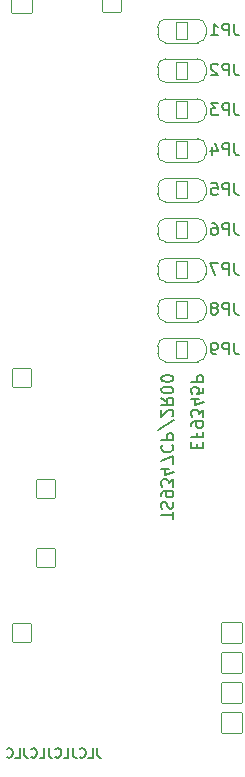
<source format=gbo>
G04 #@! TF.GenerationSoftware,KiCad,Pcbnew,8.0.6*
G04 #@! TF.CreationDate,2025-02-13T00:08:43+01:00*
G04 #@! TF.ProjectId,board_v1,626f6172-645f-4763-912e-6b696361645f,rev?*
G04 #@! TF.SameCoordinates,Original*
G04 #@! TF.FileFunction,Legend,Bot*
G04 #@! TF.FilePolarity,Positive*
%FSLAX46Y46*%
G04 Gerber Fmt 4.6, Leading zero omitted, Abs format (unit mm)*
G04 Created by KiCad (PCBNEW 8.0.6) date 2025-02-13 00:08:43*
%MOMM*%
%LPD*%
G01*
G04 APERTURE LIST*
G04 Aperture macros list*
%AMRoundRect*
0 Rectangle with rounded corners*
0 $1 Rounding radius*
0 $2 $3 $4 $5 $6 $7 $8 $9 X,Y pos of 4 corners*
0 Add a 4 corners polygon primitive as box body*
4,1,4,$2,$3,$4,$5,$6,$7,$8,$9,$2,$3,0*
0 Add four circle primitives for the rounded corners*
1,1,$1+$1,$2,$3*
1,1,$1+$1,$4,$5*
1,1,$1+$1,$6,$7*
1,1,$1+$1,$8,$9*
0 Add four rect primitives between the rounded corners*
20,1,$1+$1,$2,$3,$4,$5,0*
20,1,$1+$1,$4,$5,$6,$7,0*
20,1,$1+$1,$6,$7,$8,$9,0*
20,1,$1+$1,$8,$9,$2,$3,0*%
%AMFreePoly0*
4,1,35,0.576870,0.776870,0.588000,0.750000,0.588000,-0.750000,0.576870,-0.776870,0.550000,-0.788000,0.000000,-0.788000,-0.012286,-0.782911,-0.071157,-0.782911,-0.081863,-0.781372,-0.218414,-0.741277,-0.228252,-0.736784,-0.347974,-0.659843,-0.356148,-0.652760,-0.449345,-0.545205,-0.455193,-0.536106,-0.514312,-0.406652,-0.517359,-0.396274,-0.537613,-0.255408,-0.538000,-0.250000,-0.538000,0.250000,
-0.537613,0.255408,-0.517359,0.396274,-0.514312,0.406652,-0.455193,0.536106,-0.449345,0.545205,-0.356148,0.652760,-0.347974,0.659843,-0.228252,0.736784,-0.218414,0.741277,-0.081863,0.781372,-0.071157,0.782911,-0.012286,0.782911,0.000000,0.788000,0.550000,0.788000,0.576870,0.776870,0.576870,0.776870,$1*%
%AMFreePoly1*
4,1,35,0.012286,0.782911,0.071157,0.782911,0.081863,0.781372,0.218414,0.741277,0.228252,0.736784,0.347974,0.659843,0.356148,0.652760,0.449345,0.545205,0.455193,0.536106,0.514312,0.406652,0.517359,0.396274,0.537613,0.255408,0.538000,0.250000,0.538000,-0.250000,0.537613,-0.255408,0.517359,-0.396274,0.514312,-0.406652,0.455193,-0.536106,0.449345,-0.545205,0.356148,-0.652760,
0.347974,-0.659843,0.228252,-0.736784,0.218414,-0.741277,0.081863,-0.781372,0.071157,-0.782911,0.012286,-0.782911,0.000000,-0.788000,-0.550000,-0.788000,-0.576870,-0.776870,-0.588000,-0.750000,-0.588000,0.750000,-0.576870,0.776870,-0.550000,0.788000,0.000000,0.788000,0.012286,0.782911,0.012286,0.782911,$1*%
G04 Aperture macros list end*
%ADD10C,0.153000*%
%ADD11C,0.120000*%
%ADD12RoundRect,0.038000X-0.800000X-0.800000X0.800000X-0.800000X0.800000X0.800000X-0.800000X0.800000X0*%
%ADD13O,1.676000X1.676000*%
%ADD14RoundRect,0.038000X-0.850000X-0.850000X0.850000X-0.850000X0.850000X0.850000X-0.850000X0.850000X0*%
%ADD15O,1.776000X1.776000*%
%ADD16RoundRect,0.038000X0.850000X-0.850000X0.850000X0.850000X-0.850000X0.850000X-0.850000X-0.850000X0*%
%ADD17RoundRect,0.038000X-0.800000X0.800000X-0.800000X-0.800000X0.800000X-0.800000X0.800000X0.800000X0*%
%ADD18C,1.676000*%
%ADD19RoundRect,0.038000X-0.780000X-0.780000X0.780000X-0.780000X0.780000X0.780000X-0.780000X0.780000X0*%
%ADD20C,1.636000*%
%ADD21FreePoly0,180.000000*%
%ADD22RoundRect,0.038000X0.500000X0.750000X-0.500000X0.750000X-0.500000X-0.750000X0.500000X-0.750000X0*%
%ADD23FreePoly1,180.000000*%
G04 APERTURE END LIST*
D10*
X81394336Y-119875990D02*
X81394336Y-119304562D01*
X80394336Y-119590276D02*
X81394336Y-119590276D01*
X80441956Y-119018847D02*
X80394336Y-118875990D01*
X80394336Y-118875990D02*
X80394336Y-118637895D01*
X80394336Y-118637895D02*
X80441956Y-118542657D01*
X80441956Y-118542657D02*
X80489575Y-118495038D01*
X80489575Y-118495038D02*
X80584813Y-118447419D01*
X80584813Y-118447419D02*
X80680051Y-118447419D01*
X80680051Y-118447419D02*
X80775289Y-118495038D01*
X80775289Y-118495038D02*
X80822908Y-118542657D01*
X80822908Y-118542657D02*
X80870527Y-118637895D01*
X80870527Y-118637895D02*
X80918146Y-118828371D01*
X80918146Y-118828371D02*
X80965765Y-118923609D01*
X80965765Y-118923609D02*
X81013384Y-118971228D01*
X81013384Y-118971228D02*
X81108622Y-119018847D01*
X81108622Y-119018847D02*
X81203860Y-119018847D01*
X81203860Y-119018847D02*
X81299098Y-118971228D01*
X81299098Y-118971228D02*
X81346717Y-118923609D01*
X81346717Y-118923609D02*
X81394336Y-118828371D01*
X81394336Y-118828371D02*
X81394336Y-118590276D01*
X81394336Y-118590276D02*
X81346717Y-118447419D01*
X80394336Y-117971228D02*
X80394336Y-117780752D01*
X80394336Y-117780752D02*
X80441956Y-117685514D01*
X80441956Y-117685514D02*
X80489575Y-117637895D01*
X80489575Y-117637895D02*
X80632432Y-117542657D01*
X80632432Y-117542657D02*
X80822908Y-117495038D01*
X80822908Y-117495038D02*
X81203860Y-117495038D01*
X81203860Y-117495038D02*
X81299098Y-117542657D01*
X81299098Y-117542657D02*
X81346717Y-117590276D01*
X81346717Y-117590276D02*
X81394336Y-117685514D01*
X81394336Y-117685514D02*
X81394336Y-117875990D01*
X81394336Y-117875990D02*
X81346717Y-117971228D01*
X81346717Y-117971228D02*
X81299098Y-118018847D01*
X81299098Y-118018847D02*
X81203860Y-118066466D01*
X81203860Y-118066466D02*
X80965765Y-118066466D01*
X80965765Y-118066466D02*
X80870527Y-118018847D01*
X80870527Y-118018847D02*
X80822908Y-117971228D01*
X80822908Y-117971228D02*
X80775289Y-117875990D01*
X80775289Y-117875990D02*
X80775289Y-117685514D01*
X80775289Y-117685514D02*
X80822908Y-117590276D01*
X80822908Y-117590276D02*
X80870527Y-117542657D01*
X80870527Y-117542657D02*
X80965765Y-117495038D01*
X81394336Y-117161704D02*
X81394336Y-116542657D01*
X81394336Y-116542657D02*
X81013384Y-116875990D01*
X81013384Y-116875990D02*
X81013384Y-116733133D01*
X81013384Y-116733133D02*
X80965765Y-116637895D01*
X80965765Y-116637895D02*
X80918146Y-116590276D01*
X80918146Y-116590276D02*
X80822908Y-116542657D01*
X80822908Y-116542657D02*
X80584813Y-116542657D01*
X80584813Y-116542657D02*
X80489575Y-116590276D01*
X80489575Y-116590276D02*
X80441956Y-116637895D01*
X80441956Y-116637895D02*
X80394336Y-116733133D01*
X80394336Y-116733133D02*
X80394336Y-117018847D01*
X80394336Y-117018847D02*
X80441956Y-117114085D01*
X80441956Y-117114085D02*
X80489575Y-117161704D01*
X81061003Y-115685514D02*
X80394336Y-115685514D01*
X81441956Y-115923609D02*
X80727670Y-116161704D01*
X80727670Y-116161704D02*
X80727670Y-115542657D01*
X81394336Y-115256942D02*
X81394336Y-114590276D01*
X81394336Y-114590276D02*
X80394336Y-115018847D01*
X80489575Y-113637895D02*
X80441956Y-113685514D01*
X80441956Y-113685514D02*
X80394336Y-113828371D01*
X80394336Y-113828371D02*
X80394336Y-113923609D01*
X80394336Y-113923609D02*
X80441956Y-114066466D01*
X80441956Y-114066466D02*
X80537194Y-114161704D01*
X80537194Y-114161704D02*
X80632432Y-114209323D01*
X80632432Y-114209323D02*
X80822908Y-114256942D01*
X80822908Y-114256942D02*
X80965765Y-114256942D01*
X80965765Y-114256942D02*
X81156241Y-114209323D01*
X81156241Y-114209323D02*
X81251479Y-114161704D01*
X81251479Y-114161704D02*
X81346717Y-114066466D01*
X81346717Y-114066466D02*
X81394336Y-113923609D01*
X81394336Y-113923609D02*
X81394336Y-113828371D01*
X81394336Y-113828371D02*
X81346717Y-113685514D01*
X81346717Y-113685514D02*
X81299098Y-113637895D01*
X80394336Y-113209323D02*
X81394336Y-113209323D01*
X81394336Y-113209323D02*
X81394336Y-112828371D01*
X81394336Y-112828371D02*
X81346717Y-112733133D01*
X81346717Y-112733133D02*
X81299098Y-112685514D01*
X81299098Y-112685514D02*
X81203860Y-112637895D01*
X81203860Y-112637895D02*
X81061003Y-112637895D01*
X81061003Y-112637895D02*
X80965765Y-112685514D01*
X80965765Y-112685514D02*
X80918146Y-112733133D01*
X80918146Y-112733133D02*
X80870527Y-112828371D01*
X80870527Y-112828371D02*
X80870527Y-113209323D01*
X81441956Y-111495038D02*
X80156241Y-112352180D01*
X81299098Y-111209323D02*
X81346717Y-111161704D01*
X81346717Y-111161704D02*
X81394336Y-111066466D01*
X81394336Y-111066466D02*
X81394336Y-110828371D01*
X81394336Y-110828371D02*
X81346717Y-110733133D01*
X81346717Y-110733133D02*
X81299098Y-110685514D01*
X81299098Y-110685514D02*
X81203860Y-110637895D01*
X81203860Y-110637895D02*
X81108622Y-110637895D01*
X81108622Y-110637895D02*
X80965765Y-110685514D01*
X80965765Y-110685514D02*
X80394336Y-111256942D01*
X80394336Y-111256942D02*
X80394336Y-110637895D01*
X80394336Y-109637895D02*
X80870527Y-109971228D01*
X80394336Y-110209323D02*
X81394336Y-110209323D01*
X81394336Y-110209323D02*
X81394336Y-109828371D01*
X81394336Y-109828371D02*
X81346717Y-109733133D01*
X81346717Y-109733133D02*
X81299098Y-109685514D01*
X81299098Y-109685514D02*
X81203860Y-109637895D01*
X81203860Y-109637895D02*
X81061003Y-109637895D01*
X81061003Y-109637895D02*
X80965765Y-109685514D01*
X80965765Y-109685514D02*
X80918146Y-109733133D01*
X80918146Y-109733133D02*
X80870527Y-109828371D01*
X80870527Y-109828371D02*
X80870527Y-110209323D01*
X81394336Y-109018847D02*
X81394336Y-108923609D01*
X81394336Y-108923609D02*
X81346717Y-108828371D01*
X81346717Y-108828371D02*
X81299098Y-108780752D01*
X81299098Y-108780752D02*
X81203860Y-108733133D01*
X81203860Y-108733133D02*
X81013384Y-108685514D01*
X81013384Y-108685514D02*
X80775289Y-108685514D01*
X80775289Y-108685514D02*
X80584813Y-108733133D01*
X80584813Y-108733133D02*
X80489575Y-108780752D01*
X80489575Y-108780752D02*
X80441956Y-108828371D01*
X80441956Y-108828371D02*
X80394336Y-108923609D01*
X80394336Y-108923609D02*
X80394336Y-109018847D01*
X80394336Y-109018847D02*
X80441956Y-109114085D01*
X80441956Y-109114085D02*
X80489575Y-109161704D01*
X80489575Y-109161704D02*
X80584813Y-109209323D01*
X80584813Y-109209323D02*
X80775289Y-109256942D01*
X80775289Y-109256942D02*
X81013384Y-109256942D01*
X81013384Y-109256942D02*
X81203860Y-109209323D01*
X81203860Y-109209323D02*
X81299098Y-109161704D01*
X81299098Y-109161704D02*
X81346717Y-109114085D01*
X81346717Y-109114085D02*
X81394336Y-109018847D01*
X81394336Y-108066466D02*
X81394336Y-107971228D01*
X81394336Y-107971228D02*
X81346717Y-107875990D01*
X81346717Y-107875990D02*
X81299098Y-107828371D01*
X81299098Y-107828371D02*
X81203860Y-107780752D01*
X81203860Y-107780752D02*
X81013384Y-107733133D01*
X81013384Y-107733133D02*
X80775289Y-107733133D01*
X80775289Y-107733133D02*
X80584813Y-107780752D01*
X80584813Y-107780752D02*
X80489575Y-107828371D01*
X80489575Y-107828371D02*
X80441956Y-107875990D01*
X80441956Y-107875990D02*
X80394336Y-107971228D01*
X80394336Y-107971228D02*
X80394336Y-108066466D01*
X80394336Y-108066466D02*
X80441956Y-108161704D01*
X80441956Y-108161704D02*
X80489575Y-108209323D01*
X80489575Y-108209323D02*
X80584813Y-108256942D01*
X80584813Y-108256942D02*
X80775289Y-108304561D01*
X80775289Y-108304561D02*
X81013384Y-108304561D01*
X81013384Y-108304561D02*
X81203860Y-108256942D01*
X81203860Y-108256942D02*
X81299098Y-108209323D01*
X81299098Y-108209323D02*
X81346717Y-108161704D01*
X81346717Y-108161704D02*
X81394336Y-108066466D01*
X83458146Y-113875990D02*
X83458146Y-113542657D01*
X82934336Y-113399800D02*
X82934336Y-113875990D01*
X82934336Y-113875990D02*
X83934336Y-113875990D01*
X83934336Y-113875990D02*
X83934336Y-113399800D01*
X83458146Y-112637895D02*
X83458146Y-112971228D01*
X82934336Y-112971228D02*
X83934336Y-112971228D01*
X83934336Y-112971228D02*
X83934336Y-112495038D01*
X82934336Y-112066466D02*
X82934336Y-111875990D01*
X82934336Y-111875990D02*
X82981956Y-111780752D01*
X82981956Y-111780752D02*
X83029575Y-111733133D01*
X83029575Y-111733133D02*
X83172432Y-111637895D01*
X83172432Y-111637895D02*
X83362908Y-111590276D01*
X83362908Y-111590276D02*
X83743860Y-111590276D01*
X83743860Y-111590276D02*
X83839098Y-111637895D01*
X83839098Y-111637895D02*
X83886717Y-111685514D01*
X83886717Y-111685514D02*
X83934336Y-111780752D01*
X83934336Y-111780752D02*
X83934336Y-111971228D01*
X83934336Y-111971228D02*
X83886717Y-112066466D01*
X83886717Y-112066466D02*
X83839098Y-112114085D01*
X83839098Y-112114085D02*
X83743860Y-112161704D01*
X83743860Y-112161704D02*
X83505765Y-112161704D01*
X83505765Y-112161704D02*
X83410527Y-112114085D01*
X83410527Y-112114085D02*
X83362908Y-112066466D01*
X83362908Y-112066466D02*
X83315289Y-111971228D01*
X83315289Y-111971228D02*
X83315289Y-111780752D01*
X83315289Y-111780752D02*
X83362908Y-111685514D01*
X83362908Y-111685514D02*
X83410527Y-111637895D01*
X83410527Y-111637895D02*
X83505765Y-111590276D01*
X83934336Y-111256942D02*
X83934336Y-110637895D01*
X83934336Y-110637895D02*
X83553384Y-110971228D01*
X83553384Y-110971228D02*
X83553384Y-110828371D01*
X83553384Y-110828371D02*
X83505765Y-110733133D01*
X83505765Y-110733133D02*
X83458146Y-110685514D01*
X83458146Y-110685514D02*
X83362908Y-110637895D01*
X83362908Y-110637895D02*
X83124813Y-110637895D01*
X83124813Y-110637895D02*
X83029575Y-110685514D01*
X83029575Y-110685514D02*
X82981956Y-110733133D01*
X82981956Y-110733133D02*
X82934336Y-110828371D01*
X82934336Y-110828371D02*
X82934336Y-111114085D01*
X82934336Y-111114085D02*
X82981956Y-111209323D01*
X82981956Y-111209323D02*
X83029575Y-111256942D01*
X83601003Y-109780752D02*
X82934336Y-109780752D01*
X83981956Y-110018847D02*
X83267670Y-110256942D01*
X83267670Y-110256942D02*
X83267670Y-109637895D01*
X83934336Y-108780752D02*
X83934336Y-109256942D01*
X83934336Y-109256942D02*
X83458146Y-109304561D01*
X83458146Y-109304561D02*
X83505765Y-109256942D01*
X83505765Y-109256942D02*
X83553384Y-109161704D01*
X83553384Y-109161704D02*
X83553384Y-108923609D01*
X83553384Y-108923609D02*
X83505765Y-108828371D01*
X83505765Y-108828371D02*
X83458146Y-108780752D01*
X83458146Y-108780752D02*
X83362908Y-108733133D01*
X83362908Y-108733133D02*
X83124813Y-108733133D01*
X83124813Y-108733133D02*
X83029575Y-108780752D01*
X83029575Y-108780752D02*
X82981956Y-108828371D01*
X82981956Y-108828371D02*
X82934336Y-108923609D01*
X82934336Y-108923609D02*
X82934336Y-109161704D01*
X82934336Y-109161704D02*
X82981956Y-109256942D01*
X82981956Y-109256942D02*
X83029575Y-109304561D01*
X82934336Y-108304561D02*
X83934336Y-108304561D01*
X83934336Y-108304561D02*
X83934336Y-107923609D01*
X83934336Y-107923609D02*
X83886717Y-107828371D01*
X83886717Y-107828371D02*
X83839098Y-107780752D01*
X83839098Y-107780752D02*
X83743860Y-107733133D01*
X83743860Y-107733133D02*
X83601003Y-107733133D01*
X83601003Y-107733133D02*
X83505765Y-107780752D01*
X83505765Y-107780752D02*
X83458146Y-107828371D01*
X83458146Y-107828371D02*
X83410527Y-107923609D01*
X83410527Y-107923609D02*
X83410527Y-108304561D01*
X74966181Y-139302139D02*
X74966181Y-139873567D01*
X74966181Y-139873567D02*
X75004276Y-139987853D01*
X75004276Y-139987853D02*
X75080467Y-140064044D01*
X75080467Y-140064044D02*
X75194752Y-140102139D01*
X75194752Y-140102139D02*
X75270943Y-140102139D01*
X74204276Y-140102139D02*
X74585228Y-140102139D01*
X74585228Y-140102139D02*
X74585228Y-139302139D01*
X73480466Y-140025948D02*
X73518562Y-140064044D01*
X73518562Y-140064044D02*
X73632847Y-140102139D01*
X73632847Y-140102139D02*
X73709038Y-140102139D01*
X73709038Y-140102139D02*
X73823324Y-140064044D01*
X73823324Y-140064044D02*
X73899514Y-139987853D01*
X73899514Y-139987853D02*
X73937609Y-139911663D01*
X73937609Y-139911663D02*
X73975705Y-139759282D01*
X73975705Y-139759282D02*
X73975705Y-139644996D01*
X73975705Y-139644996D02*
X73937609Y-139492615D01*
X73937609Y-139492615D02*
X73899514Y-139416424D01*
X73899514Y-139416424D02*
X73823324Y-139340234D01*
X73823324Y-139340234D02*
X73709038Y-139302139D01*
X73709038Y-139302139D02*
X73632847Y-139302139D01*
X73632847Y-139302139D02*
X73518562Y-139340234D01*
X73518562Y-139340234D02*
X73480466Y-139378329D01*
X72909038Y-139302139D02*
X72909038Y-139873567D01*
X72909038Y-139873567D02*
X72947133Y-139987853D01*
X72947133Y-139987853D02*
X73023324Y-140064044D01*
X73023324Y-140064044D02*
X73137609Y-140102139D01*
X73137609Y-140102139D02*
X73213800Y-140102139D01*
X72147133Y-140102139D02*
X72528085Y-140102139D01*
X72528085Y-140102139D02*
X72528085Y-139302139D01*
X71423323Y-140025948D02*
X71461419Y-140064044D01*
X71461419Y-140064044D02*
X71575704Y-140102139D01*
X71575704Y-140102139D02*
X71651895Y-140102139D01*
X71651895Y-140102139D02*
X71766181Y-140064044D01*
X71766181Y-140064044D02*
X71842371Y-139987853D01*
X71842371Y-139987853D02*
X71880466Y-139911663D01*
X71880466Y-139911663D02*
X71918562Y-139759282D01*
X71918562Y-139759282D02*
X71918562Y-139644996D01*
X71918562Y-139644996D02*
X71880466Y-139492615D01*
X71880466Y-139492615D02*
X71842371Y-139416424D01*
X71842371Y-139416424D02*
X71766181Y-139340234D01*
X71766181Y-139340234D02*
X71651895Y-139302139D01*
X71651895Y-139302139D02*
X71575704Y-139302139D01*
X71575704Y-139302139D02*
X71461419Y-139340234D01*
X71461419Y-139340234D02*
X71423323Y-139378329D01*
X70851895Y-139302139D02*
X70851895Y-139873567D01*
X70851895Y-139873567D02*
X70889990Y-139987853D01*
X70889990Y-139987853D02*
X70966181Y-140064044D01*
X70966181Y-140064044D02*
X71080466Y-140102139D01*
X71080466Y-140102139D02*
X71156657Y-140102139D01*
X70089990Y-140102139D02*
X70470942Y-140102139D01*
X70470942Y-140102139D02*
X70470942Y-139302139D01*
X69366180Y-140025948D02*
X69404276Y-140064044D01*
X69404276Y-140064044D02*
X69518561Y-140102139D01*
X69518561Y-140102139D02*
X69594752Y-140102139D01*
X69594752Y-140102139D02*
X69709038Y-140064044D01*
X69709038Y-140064044D02*
X69785228Y-139987853D01*
X69785228Y-139987853D02*
X69823323Y-139911663D01*
X69823323Y-139911663D02*
X69861419Y-139759282D01*
X69861419Y-139759282D02*
X69861419Y-139644996D01*
X69861419Y-139644996D02*
X69823323Y-139492615D01*
X69823323Y-139492615D02*
X69785228Y-139416424D01*
X69785228Y-139416424D02*
X69709038Y-139340234D01*
X69709038Y-139340234D02*
X69594752Y-139302139D01*
X69594752Y-139302139D02*
X69518561Y-139302139D01*
X69518561Y-139302139D02*
X69404276Y-139340234D01*
X69404276Y-139340234D02*
X69366180Y-139378329D01*
X68794752Y-139302139D02*
X68794752Y-139873567D01*
X68794752Y-139873567D02*
X68832847Y-139987853D01*
X68832847Y-139987853D02*
X68909038Y-140064044D01*
X68909038Y-140064044D02*
X69023323Y-140102139D01*
X69023323Y-140102139D02*
X69099514Y-140102139D01*
X68032847Y-140102139D02*
X68413799Y-140102139D01*
X68413799Y-140102139D02*
X68413799Y-139302139D01*
X67309037Y-140025948D02*
X67347133Y-140064044D01*
X67347133Y-140064044D02*
X67461418Y-140102139D01*
X67461418Y-140102139D02*
X67537609Y-140102139D01*
X67537609Y-140102139D02*
X67651895Y-140064044D01*
X67651895Y-140064044D02*
X67728085Y-139987853D01*
X67728085Y-139987853D02*
X67766180Y-139911663D01*
X67766180Y-139911663D02*
X67804276Y-139759282D01*
X67804276Y-139759282D02*
X67804276Y-139644996D01*
X67804276Y-139644996D02*
X67766180Y-139492615D01*
X67766180Y-139492615D02*
X67728085Y-139416424D01*
X67728085Y-139416424D02*
X67651895Y-139340234D01*
X67651895Y-139340234D02*
X67537609Y-139302139D01*
X67537609Y-139302139D02*
X67461418Y-139302139D01*
X67461418Y-139302139D02*
X67347133Y-139340234D01*
X67347133Y-139340234D02*
X67309037Y-139378329D01*
X86584333Y-94845188D02*
X86584333Y-95559473D01*
X86584333Y-95559473D02*
X86631952Y-95702330D01*
X86631952Y-95702330D02*
X86727190Y-95797569D01*
X86727190Y-95797569D02*
X86870047Y-95845188D01*
X86870047Y-95845188D02*
X86965285Y-95845188D01*
X86108142Y-95845188D02*
X86108142Y-94845188D01*
X86108142Y-94845188D02*
X85727190Y-94845188D01*
X85727190Y-94845188D02*
X85631952Y-94892807D01*
X85631952Y-94892807D02*
X85584333Y-94940426D01*
X85584333Y-94940426D02*
X85536714Y-95035664D01*
X85536714Y-95035664D02*
X85536714Y-95178521D01*
X85536714Y-95178521D02*
X85584333Y-95273759D01*
X85584333Y-95273759D02*
X85631952Y-95321378D01*
X85631952Y-95321378D02*
X85727190Y-95368997D01*
X85727190Y-95368997D02*
X86108142Y-95368997D01*
X84679571Y-94845188D02*
X84870047Y-94845188D01*
X84870047Y-94845188D02*
X84965285Y-94892807D01*
X84965285Y-94892807D02*
X85012904Y-94940426D01*
X85012904Y-94940426D02*
X85108142Y-95083283D01*
X85108142Y-95083283D02*
X85155761Y-95273759D01*
X85155761Y-95273759D02*
X85155761Y-95654711D01*
X85155761Y-95654711D02*
X85108142Y-95749949D01*
X85108142Y-95749949D02*
X85060523Y-95797569D01*
X85060523Y-95797569D02*
X84965285Y-95845188D01*
X84965285Y-95845188D02*
X84774809Y-95845188D01*
X84774809Y-95845188D02*
X84679571Y-95797569D01*
X84679571Y-95797569D02*
X84631952Y-95749949D01*
X84631952Y-95749949D02*
X84584333Y-95654711D01*
X84584333Y-95654711D02*
X84584333Y-95416616D01*
X84584333Y-95416616D02*
X84631952Y-95321378D01*
X84631952Y-95321378D02*
X84679571Y-95273759D01*
X84679571Y-95273759D02*
X84774809Y-95226140D01*
X84774809Y-95226140D02*
X84965285Y-95226140D01*
X84965285Y-95226140D02*
X85060523Y-95273759D01*
X85060523Y-95273759D02*
X85108142Y-95321378D01*
X85108142Y-95321378D02*
X85155761Y-95416616D01*
X86584333Y-84716273D02*
X86584333Y-85430558D01*
X86584333Y-85430558D02*
X86631952Y-85573415D01*
X86631952Y-85573415D02*
X86727190Y-85668654D01*
X86727190Y-85668654D02*
X86870047Y-85716273D01*
X86870047Y-85716273D02*
X86965285Y-85716273D01*
X86108142Y-85716273D02*
X86108142Y-84716273D01*
X86108142Y-84716273D02*
X85727190Y-84716273D01*
X85727190Y-84716273D02*
X85631952Y-84763892D01*
X85631952Y-84763892D02*
X85584333Y-84811511D01*
X85584333Y-84811511D02*
X85536714Y-84906749D01*
X85536714Y-84906749D02*
X85536714Y-85049606D01*
X85536714Y-85049606D02*
X85584333Y-85144844D01*
X85584333Y-85144844D02*
X85631952Y-85192463D01*
X85631952Y-85192463D02*
X85727190Y-85240082D01*
X85727190Y-85240082D02*
X86108142Y-85240082D01*
X85203380Y-84716273D02*
X84584333Y-84716273D01*
X84584333Y-84716273D02*
X84917666Y-85097225D01*
X84917666Y-85097225D02*
X84774809Y-85097225D01*
X84774809Y-85097225D02*
X84679571Y-85144844D01*
X84679571Y-85144844D02*
X84631952Y-85192463D01*
X84631952Y-85192463D02*
X84584333Y-85287701D01*
X84584333Y-85287701D02*
X84584333Y-85525796D01*
X84584333Y-85525796D02*
X84631952Y-85621034D01*
X84631952Y-85621034D02*
X84679571Y-85668654D01*
X84679571Y-85668654D02*
X84774809Y-85716273D01*
X84774809Y-85716273D02*
X85060523Y-85716273D01*
X85060523Y-85716273D02*
X85155761Y-85668654D01*
X85155761Y-85668654D02*
X85203380Y-85621034D01*
X86584333Y-101597798D02*
X86584333Y-102312083D01*
X86584333Y-102312083D02*
X86631952Y-102454940D01*
X86631952Y-102454940D02*
X86727190Y-102550179D01*
X86727190Y-102550179D02*
X86870047Y-102597798D01*
X86870047Y-102597798D02*
X86965285Y-102597798D01*
X86108142Y-102597798D02*
X86108142Y-101597798D01*
X86108142Y-101597798D02*
X85727190Y-101597798D01*
X85727190Y-101597798D02*
X85631952Y-101645417D01*
X85631952Y-101645417D02*
X85584333Y-101693036D01*
X85584333Y-101693036D02*
X85536714Y-101788274D01*
X85536714Y-101788274D02*
X85536714Y-101931131D01*
X85536714Y-101931131D02*
X85584333Y-102026369D01*
X85584333Y-102026369D02*
X85631952Y-102073988D01*
X85631952Y-102073988D02*
X85727190Y-102121607D01*
X85727190Y-102121607D02*
X86108142Y-102121607D01*
X84965285Y-102026369D02*
X85060523Y-101978750D01*
X85060523Y-101978750D02*
X85108142Y-101931131D01*
X85108142Y-101931131D02*
X85155761Y-101835893D01*
X85155761Y-101835893D02*
X85155761Y-101788274D01*
X85155761Y-101788274D02*
X85108142Y-101693036D01*
X85108142Y-101693036D02*
X85060523Y-101645417D01*
X85060523Y-101645417D02*
X84965285Y-101597798D01*
X84965285Y-101597798D02*
X84774809Y-101597798D01*
X84774809Y-101597798D02*
X84679571Y-101645417D01*
X84679571Y-101645417D02*
X84631952Y-101693036D01*
X84631952Y-101693036D02*
X84584333Y-101788274D01*
X84584333Y-101788274D02*
X84584333Y-101835893D01*
X84584333Y-101835893D02*
X84631952Y-101931131D01*
X84631952Y-101931131D02*
X84679571Y-101978750D01*
X84679571Y-101978750D02*
X84774809Y-102026369D01*
X84774809Y-102026369D02*
X84965285Y-102026369D01*
X84965285Y-102026369D02*
X85060523Y-102073988D01*
X85060523Y-102073988D02*
X85108142Y-102121607D01*
X85108142Y-102121607D02*
X85155761Y-102216845D01*
X85155761Y-102216845D02*
X85155761Y-102407321D01*
X85155761Y-102407321D02*
X85108142Y-102502559D01*
X85108142Y-102502559D02*
X85060523Y-102550179D01*
X85060523Y-102550179D02*
X84965285Y-102597798D01*
X84965285Y-102597798D02*
X84774809Y-102597798D01*
X84774809Y-102597798D02*
X84679571Y-102550179D01*
X84679571Y-102550179D02*
X84631952Y-102502559D01*
X84631952Y-102502559D02*
X84584333Y-102407321D01*
X84584333Y-102407321D02*
X84584333Y-102216845D01*
X84584333Y-102216845D02*
X84631952Y-102121607D01*
X84631952Y-102121607D02*
X84679571Y-102073988D01*
X84679571Y-102073988D02*
X84774809Y-102026369D01*
X86584333Y-81339968D02*
X86584333Y-82054253D01*
X86584333Y-82054253D02*
X86631952Y-82197110D01*
X86631952Y-82197110D02*
X86727190Y-82292349D01*
X86727190Y-82292349D02*
X86870047Y-82339968D01*
X86870047Y-82339968D02*
X86965285Y-82339968D01*
X86108142Y-82339968D02*
X86108142Y-81339968D01*
X86108142Y-81339968D02*
X85727190Y-81339968D01*
X85727190Y-81339968D02*
X85631952Y-81387587D01*
X85631952Y-81387587D02*
X85584333Y-81435206D01*
X85584333Y-81435206D02*
X85536714Y-81530444D01*
X85536714Y-81530444D02*
X85536714Y-81673301D01*
X85536714Y-81673301D02*
X85584333Y-81768539D01*
X85584333Y-81768539D02*
X85631952Y-81816158D01*
X85631952Y-81816158D02*
X85727190Y-81863777D01*
X85727190Y-81863777D02*
X86108142Y-81863777D01*
X85155761Y-81435206D02*
X85108142Y-81387587D01*
X85108142Y-81387587D02*
X85012904Y-81339968D01*
X85012904Y-81339968D02*
X84774809Y-81339968D01*
X84774809Y-81339968D02*
X84679571Y-81387587D01*
X84679571Y-81387587D02*
X84631952Y-81435206D01*
X84631952Y-81435206D02*
X84584333Y-81530444D01*
X84584333Y-81530444D02*
X84584333Y-81625682D01*
X84584333Y-81625682D02*
X84631952Y-81768539D01*
X84631952Y-81768539D02*
X85203380Y-82339968D01*
X85203380Y-82339968D02*
X84584333Y-82339968D01*
X86584333Y-98221493D02*
X86584333Y-98935778D01*
X86584333Y-98935778D02*
X86631952Y-99078635D01*
X86631952Y-99078635D02*
X86727190Y-99173874D01*
X86727190Y-99173874D02*
X86870047Y-99221493D01*
X86870047Y-99221493D02*
X86965285Y-99221493D01*
X86108142Y-99221493D02*
X86108142Y-98221493D01*
X86108142Y-98221493D02*
X85727190Y-98221493D01*
X85727190Y-98221493D02*
X85631952Y-98269112D01*
X85631952Y-98269112D02*
X85584333Y-98316731D01*
X85584333Y-98316731D02*
X85536714Y-98411969D01*
X85536714Y-98411969D02*
X85536714Y-98554826D01*
X85536714Y-98554826D02*
X85584333Y-98650064D01*
X85584333Y-98650064D02*
X85631952Y-98697683D01*
X85631952Y-98697683D02*
X85727190Y-98745302D01*
X85727190Y-98745302D02*
X86108142Y-98745302D01*
X85203380Y-98221493D02*
X84536714Y-98221493D01*
X84536714Y-98221493D02*
X84965285Y-99221493D01*
X86584333Y-91468883D02*
X86584333Y-92183168D01*
X86584333Y-92183168D02*
X86631952Y-92326025D01*
X86631952Y-92326025D02*
X86727190Y-92421264D01*
X86727190Y-92421264D02*
X86870047Y-92468883D01*
X86870047Y-92468883D02*
X86965285Y-92468883D01*
X86108142Y-92468883D02*
X86108142Y-91468883D01*
X86108142Y-91468883D02*
X85727190Y-91468883D01*
X85727190Y-91468883D02*
X85631952Y-91516502D01*
X85631952Y-91516502D02*
X85584333Y-91564121D01*
X85584333Y-91564121D02*
X85536714Y-91659359D01*
X85536714Y-91659359D02*
X85536714Y-91802216D01*
X85536714Y-91802216D02*
X85584333Y-91897454D01*
X85584333Y-91897454D02*
X85631952Y-91945073D01*
X85631952Y-91945073D02*
X85727190Y-91992692D01*
X85727190Y-91992692D02*
X86108142Y-91992692D01*
X84631952Y-91468883D02*
X85108142Y-91468883D01*
X85108142Y-91468883D02*
X85155761Y-91945073D01*
X85155761Y-91945073D02*
X85108142Y-91897454D01*
X85108142Y-91897454D02*
X85012904Y-91849835D01*
X85012904Y-91849835D02*
X84774809Y-91849835D01*
X84774809Y-91849835D02*
X84679571Y-91897454D01*
X84679571Y-91897454D02*
X84631952Y-91945073D01*
X84631952Y-91945073D02*
X84584333Y-92040311D01*
X84584333Y-92040311D02*
X84584333Y-92278406D01*
X84584333Y-92278406D02*
X84631952Y-92373644D01*
X84631952Y-92373644D02*
X84679571Y-92421264D01*
X84679571Y-92421264D02*
X84774809Y-92468883D01*
X84774809Y-92468883D02*
X85012904Y-92468883D01*
X85012904Y-92468883D02*
X85108142Y-92421264D01*
X85108142Y-92421264D02*
X85155761Y-92373644D01*
X86584333Y-104974103D02*
X86584333Y-105688388D01*
X86584333Y-105688388D02*
X86631952Y-105831245D01*
X86631952Y-105831245D02*
X86727190Y-105926484D01*
X86727190Y-105926484D02*
X86870047Y-105974103D01*
X86870047Y-105974103D02*
X86965285Y-105974103D01*
X86108142Y-105974103D02*
X86108142Y-104974103D01*
X86108142Y-104974103D02*
X85727190Y-104974103D01*
X85727190Y-104974103D02*
X85631952Y-105021722D01*
X85631952Y-105021722D02*
X85584333Y-105069341D01*
X85584333Y-105069341D02*
X85536714Y-105164579D01*
X85536714Y-105164579D02*
X85536714Y-105307436D01*
X85536714Y-105307436D02*
X85584333Y-105402674D01*
X85584333Y-105402674D02*
X85631952Y-105450293D01*
X85631952Y-105450293D02*
X85727190Y-105497912D01*
X85727190Y-105497912D02*
X86108142Y-105497912D01*
X85060523Y-105974103D02*
X84870047Y-105974103D01*
X84870047Y-105974103D02*
X84774809Y-105926484D01*
X84774809Y-105926484D02*
X84727190Y-105878864D01*
X84727190Y-105878864D02*
X84631952Y-105736007D01*
X84631952Y-105736007D02*
X84584333Y-105545531D01*
X84584333Y-105545531D02*
X84584333Y-105164579D01*
X84584333Y-105164579D02*
X84631952Y-105069341D01*
X84631952Y-105069341D02*
X84679571Y-105021722D01*
X84679571Y-105021722D02*
X84774809Y-104974103D01*
X84774809Y-104974103D02*
X84965285Y-104974103D01*
X84965285Y-104974103D02*
X85060523Y-105021722D01*
X85060523Y-105021722D02*
X85108142Y-105069341D01*
X85108142Y-105069341D02*
X85155761Y-105164579D01*
X85155761Y-105164579D02*
X85155761Y-105402674D01*
X85155761Y-105402674D02*
X85108142Y-105497912D01*
X85108142Y-105497912D02*
X85060523Y-105545531D01*
X85060523Y-105545531D02*
X84965285Y-105593150D01*
X84965285Y-105593150D02*
X84774809Y-105593150D01*
X84774809Y-105593150D02*
X84679571Y-105545531D01*
X84679571Y-105545531D02*
X84631952Y-105497912D01*
X84631952Y-105497912D02*
X84584333Y-105402674D01*
X86584333Y-88092578D02*
X86584333Y-88806863D01*
X86584333Y-88806863D02*
X86631952Y-88949720D01*
X86631952Y-88949720D02*
X86727190Y-89044959D01*
X86727190Y-89044959D02*
X86870047Y-89092578D01*
X86870047Y-89092578D02*
X86965285Y-89092578D01*
X86108142Y-89092578D02*
X86108142Y-88092578D01*
X86108142Y-88092578D02*
X85727190Y-88092578D01*
X85727190Y-88092578D02*
X85631952Y-88140197D01*
X85631952Y-88140197D02*
X85584333Y-88187816D01*
X85584333Y-88187816D02*
X85536714Y-88283054D01*
X85536714Y-88283054D02*
X85536714Y-88425911D01*
X85536714Y-88425911D02*
X85584333Y-88521149D01*
X85584333Y-88521149D02*
X85631952Y-88568768D01*
X85631952Y-88568768D02*
X85727190Y-88616387D01*
X85727190Y-88616387D02*
X86108142Y-88616387D01*
X84679571Y-88425911D02*
X84679571Y-89092578D01*
X84917666Y-88044959D02*
X85155761Y-88759244D01*
X85155761Y-88759244D02*
X84536714Y-88759244D01*
X86584333Y-77963663D02*
X86584333Y-78677948D01*
X86584333Y-78677948D02*
X86631952Y-78820805D01*
X86631952Y-78820805D02*
X86727190Y-78916044D01*
X86727190Y-78916044D02*
X86870047Y-78963663D01*
X86870047Y-78963663D02*
X86965285Y-78963663D01*
X86108142Y-78963663D02*
X86108142Y-77963663D01*
X86108142Y-77963663D02*
X85727190Y-77963663D01*
X85727190Y-77963663D02*
X85631952Y-78011282D01*
X85631952Y-78011282D02*
X85584333Y-78058901D01*
X85584333Y-78058901D02*
X85536714Y-78154139D01*
X85536714Y-78154139D02*
X85536714Y-78296996D01*
X85536714Y-78296996D02*
X85584333Y-78392234D01*
X85584333Y-78392234D02*
X85631952Y-78439853D01*
X85631952Y-78439853D02*
X85727190Y-78487472D01*
X85727190Y-78487472D02*
X86108142Y-78487472D01*
X84584333Y-78963663D02*
X85155761Y-78963663D01*
X84870047Y-78963663D02*
X84870047Y-77963663D01*
X84870047Y-77963663D02*
X84965285Y-78106520D01*
X84965285Y-78106520D02*
X85060523Y-78201758D01*
X85060523Y-78201758D02*
X85155761Y-78249377D01*
D11*
X80073000Y-95744525D02*
X80073000Y-95144525D01*
X80723000Y-94444525D02*
X83523000Y-94444525D01*
X83523000Y-96444525D02*
X80723000Y-96444525D01*
X84173000Y-95144525D02*
X84173000Y-95744525D01*
X80073000Y-95144525D02*
G75*
G02*
X80773000Y-94444525I700000J0D01*
G01*
X80773000Y-96444525D02*
G75*
G02*
X80073000Y-95744525I0J700000D01*
G01*
X83473000Y-94444525D02*
G75*
G02*
X84173000Y-95144525I1J-699999D01*
G01*
X84173000Y-95744525D02*
G75*
G02*
X83473000Y-96444525I-699999J-1D01*
G01*
X80073000Y-85615610D02*
X80073000Y-85015610D01*
X80723000Y-84315610D02*
X83523000Y-84315610D01*
X83523000Y-86315610D02*
X80723000Y-86315610D01*
X84173000Y-85015610D02*
X84173000Y-85615610D01*
X80073000Y-85015610D02*
G75*
G02*
X80773000Y-84315610I700000J0D01*
G01*
X80773000Y-86315610D02*
G75*
G02*
X80073000Y-85615610I0J700000D01*
G01*
X83473000Y-84315610D02*
G75*
G02*
X84173000Y-85015610I1J-699999D01*
G01*
X84173000Y-85615610D02*
G75*
G02*
X83473000Y-86315610I-699999J-1D01*
G01*
X80073000Y-102497135D02*
X80073000Y-101897135D01*
X80723000Y-101197135D02*
X83523000Y-101197135D01*
X83523000Y-103197135D02*
X80723000Y-103197135D01*
X84173000Y-101897135D02*
X84173000Y-102497135D01*
X80073000Y-101897135D02*
G75*
G02*
X80773000Y-101197135I700000J0D01*
G01*
X80773000Y-103197135D02*
G75*
G02*
X80073000Y-102497135I0J700000D01*
G01*
X83473000Y-101197135D02*
G75*
G02*
X84173000Y-101897135I1J-699999D01*
G01*
X84173000Y-102497135D02*
G75*
G02*
X83473000Y-103197135I-699999J-1D01*
G01*
X80073000Y-82239305D02*
X80073000Y-81639305D01*
X80723000Y-80939305D02*
X83523000Y-80939305D01*
X83523000Y-82939305D02*
X80723000Y-82939305D01*
X84173000Y-81639305D02*
X84173000Y-82239305D01*
X80073000Y-81639305D02*
G75*
G02*
X80773000Y-80939305I700000J0D01*
G01*
X80773000Y-82939305D02*
G75*
G02*
X80073000Y-82239305I0J700000D01*
G01*
X83473000Y-80939305D02*
G75*
G02*
X84173000Y-81639305I1J-699999D01*
G01*
X84173000Y-82239305D02*
G75*
G02*
X83473000Y-82939305I-699999J-1D01*
G01*
X80073000Y-99120830D02*
X80073000Y-98520830D01*
X80723000Y-97820830D02*
X83523000Y-97820830D01*
X83523000Y-99820830D02*
X80723000Y-99820830D01*
X84173000Y-98520830D02*
X84173000Y-99120830D01*
X80073000Y-98520830D02*
G75*
G02*
X80773000Y-97820830I700000J0D01*
G01*
X80773000Y-99820830D02*
G75*
G02*
X80073000Y-99120830I0J700000D01*
G01*
X83473000Y-97820830D02*
G75*
G02*
X84173000Y-98520830I1J-699999D01*
G01*
X84173000Y-99120830D02*
G75*
G02*
X83473000Y-99820830I-699999J-1D01*
G01*
X80073000Y-92368220D02*
X80073000Y-91768220D01*
X80723000Y-91068220D02*
X83523000Y-91068220D01*
X83523000Y-93068220D02*
X80723000Y-93068220D01*
X84173000Y-91768220D02*
X84173000Y-92368220D01*
X80073000Y-91768220D02*
G75*
G02*
X80773000Y-91068220I700000J0D01*
G01*
X80773000Y-93068220D02*
G75*
G02*
X80073000Y-92368220I0J700000D01*
G01*
X83473000Y-91068220D02*
G75*
G02*
X84173000Y-91768220I1J-699999D01*
G01*
X84173000Y-92368220D02*
G75*
G02*
X83473000Y-93068220I-699999J-1D01*
G01*
X80073000Y-105873440D02*
X80073000Y-105273440D01*
X80723000Y-104573440D02*
X83523000Y-104573440D01*
X83523000Y-106573440D02*
X80723000Y-106573440D01*
X84173000Y-105273440D02*
X84173000Y-105873440D01*
X80073000Y-105273440D02*
G75*
G02*
X80773000Y-104573440I700000J0D01*
G01*
X80773000Y-106573440D02*
G75*
G02*
X80073000Y-105873440I0J700000D01*
G01*
X83473000Y-104573440D02*
G75*
G02*
X84173000Y-105273440I1J-699999D01*
G01*
X84173000Y-105873440D02*
G75*
G02*
X83473000Y-106573440I-699999J-1D01*
G01*
X80073000Y-88991915D02*
X80073000Y-88391915D01*
X80723000Y-87691915D02*
X83523000Y-87691915D01*
X83523000Y-89691915D02*
X80723000Y-89691915D01*
X84173000Y-88391915D02*
X84173000Y-88991915D01*
X80073000Y-88391915D02*
G75*
G02*
X80773000Y-87691915I700000J0D01*
G01*
X80773000Y-89691915D02*
G75*
G02*
X80073000Y-88991915I0J700000D01*
G01*
X83473000Y-87691915D02*
G75*
G02*
X84173000Y-88391915I1J-699999D01*
G01*
X84173000Y-88991915D02*
G75*
G02*
X83473000Y-89691915I-699999J-1D01*
G01*
X80073000Y-78863000D02*
X80073000Y-78263000D01*
X80723000Y-77563000D02*
X83523000Y-77563000D01*
X83523000Y-79563000D02*
X80723000Y-79563000D01*
X84173000Y-78263000D02*
X84173000Y-78863000D01*
X80073000Y-78263000D02*
G75*
G02*
X80773000Y-77563000I700000J0D01*
G01*
X80773000Y-79563000D02*
G75*
G02*
X80073000Y-78863000I0J700000D01*
G01*
X83473000Y-77563000D02*
G75*
G02*
X84173000Y-78263000I1J-699999D01*
G01*
X84173000Y-78863000D02*
G75*
G02*
X83473000Y-79563000I-699999J-1D01*
G01*
%LPC*%
D12*
X106680000Y-76200000D03*
D13*
X106680000Y-78740000D03*
X106680000Y-81280000D03*
X106680000Y-83820000D03*
X106680000Y-86360000D03*
X106680000Y-88900000D03*
X106680000Y-91440000D03*
X106680000Y-93980000D03*
X106680000Y-96520000D03*
X106680000Y-99060000D03*
X114300000Y-99060000D03*
X114300000Y-96520000D03*
X114300000Y-93980000D03*
X114300000Y-91440000D03*
X114300000Y-88900000D03*
X114300000Y-86360000D03*
X114300000Y-83820000D03*
X114300000Y-81280000D03*
X114300000Y-78740000D03*
X114300000Y-76200000D03*
D14*
X68580000Y-76200000D03*
D15*
X71120000Y-76200000D03*
X68580000Y-78740000D03*
X71120000Y-78740000D03*
X68580000Y-81280000D03*
X71120000Y-81280000D03*
X68580000Y-83820000D03*
X71120000Y-83820000D03*
X68580000Y-86360000D03*
X71120000Y-86360000D03*
X68580000Y-88900000D03*
X71120000Y-88900000D03*
X68580000Y-91440000D03*
X71120000Y-91440000D03*
X68580000Y-93980000D03*
X71120000Y-93980000D03*
X68580000Y-96520000D03*
X71120000Y-96520000D03*
X68580000Y-99060000D03*
X71120000Y-99060000D03*
D12*
X99060000Y-104140000D03*
D13*
X99060000Y-106680000D03*
X99060000Y-109220000D03*
X99060000Y-111760000D03*
X99060000Y-114300000D03*
X99060000Y-116840000D03*
X99060000Y-119380000D03*
X99060000Y-121920000D03*
X99060000Y-124460000D03*
X99060000Y-127000000D03*
X99060000Y-129540000D03*
X99060000Y-132080000D03*
X99060000Y-134620000D03*
X99060000Y-137160000D03*
X114300000Y-137160000D03*
X114300000Y-134620000D03*
X114300000Y-132080000D03*
X114300000Y-129540000D03*
X114300000Y-127000000D03*
X114300000Y-124460000D03*
X114300000Y-121920000D03*
X114300000Y-119380000D03*
X114300000Y-116840000D03*
X114300000Y-114300000D03*
X114300000Y-111760000D03*
X114300000Y-109220000D03*
X114300000Y-106680000D03*
X114300000Y-104140000D03*
D12*
X76200000Y-76200000D03*
D13*
X76200000Y-78740000D03*
X76200000Y-81280000D03*
X76200000Y-83820000D03*
X76200000Y-86360000D03*
X76200000Y-88900000D03*
X76200000Y-91440000D03*
X76200000Y-93980000D03*
X76200000Y-96520000D03*
X76200000Y-99060000D03*
X76200000Y-101600000D03*
X76200000Y-104140000D03*
X76200000Y-106680000D03*
X76200000Y-109220000D03*
X76200000Y-111760000D03*
X76200000Y-114300000D03*
X76200000Y-116840000D03*
X76200000Y-119380000D03*
X76200000Y-121920000D03*
X76200000Y-124460000D03*
X91440000Y-124460000D03*
X91440000Y-121920000D03*
X91440000Y-119380000D03*
X91440000Y-116840000D03*
X91440000Y-114300000D03*
X91440000Y-111760000D03*
X91440000Y-109220000D03*
X91440000Y-106680000D03*
X91440000Y-104140000D03*
X91440000Y-101600000D03*
X91440000Y-99060000D03*
X91440000Y-96520000D03*
X91440000Y-93980000D03*
X91440000Y-91440000D03*
X91440000Y-88900000D03*
X91440000Y-86360000D03*
X91440000Y-83820000D03*
X91440000Y-81280000D03*
X91440000Y-78740000D03*
X91440000Y-76200000D03*
D14*
X96520000Y-76200000D03*
D15*
X99060000Y-76200000D03*
X96520000Y-78740000D03*
X99060000Y-78740000D03*
X96520000Y-81280000D03*
X99060000Y-81280000D03*
X96520000Y-83820000D03*
X99060000Y-83820000D03*
X96520000Y-86360000D03*
X99060000Y-86360000D03*
X96520000Y-88900000D03*
X99060000Y-88900000D03*
X96520000Y-91440000D03*
X99060000Y-91440000D03*
X96520000Y-93980000D03*
X99060000Y-93980000D03*
X96520000Y-96520000D03*
X99060000Y-96520000D03*
X96520000Y-99060000D03*
X99060000Y-99060000D03*
D16*
X86360000Y-134620000D03*
D15*
X88900000Y-134620000D03*
X91440000Y-134620000D03*
D17*
X70612000Y-123190000D03*
D18*
X70612000Y-125690000D03*
D16*
X86360000Y-132080000D03*
D15*
X88900000Y-132080000D03*
X91440000Y-132080000D03*
D17*
X70612000Y-117348000D03*
D18*
X70612000Y-119848000D03*
D12*
X68580000Y-129540000D03*
D13*
X68580000Y-132080000D03*
X68580000Y-134620000D03*
X68580000Y-137160000D03*
X76200000Y-137160000D03*
X76200000Y-134620000D03*
X76200000Y-132080000D03*
X76200000Y-129540000D03*
D16*
X86360000Y-129540000D03*
D15*
X88900000Y-129540000D03*
X91440000Y-129540000D03*
D16*
X86360000Y-137160000D03*
D15*
X88900000Y-137160000D03*
X91440000Y-137160000D03*
D18*
X95250000Y-104140000D03*
D13*
X95250000Y-116840000D03*
D18*
X102870000Y-86360000D03*
D13*
X102870000Y-99060000D03*
D19*
X68580000Y-107950000D03*
D20*
X71080000Y-112950000D03*
X73580000Y-107950000D03*
D14*
X102870000Y-76200000D03*
D15*
X102870000Y-78740000D03*
D21*
X83423000Y-95444525D03*
D22*
X82123000Y-95444525D03*
D23*
X80823000Y-95444525D03*
D21*
X83423000Y-85315610D03*
D22*
X82123000Y-85315610D03*
D23*
X80823000Y-85315610D03*
D21*
X83423000Y-102197135D03*
D22*
X82123000Y-102197135D03*
D23*
X80823000Y-102197135D03*
D21*
X83423000Y-81939305D03*
D22*
X82123000Y-81939305D03*
D23*
X80823000Y-81939305D03*
D21*
X83423000Y-98820830D03*
D22*
X82123000Y-98820830D03*
D23*
X80823000Y-98820830D03*
D21*
X83423000Y-92068220D03*
D22*
X82123000Y-92068220D03*
D23*
X80823000Y-92068220D03*
D21*
X83423000Y-105573440D03*
D22*
X82123000Y-105573440D03*
D23*
X80823000Y-105573440D03*
D21*
X83423000Y-88691915D03*
D22*
X82123000Y-88691915D03*
D23*
X80823000Y-88691915D03*
D21*
X83423000Y-78563000D03*
D22*
X82123000Y-78563000D03*
D23*
X80823000Y-78563000D03*
%LPD*%
M02*

</source>
